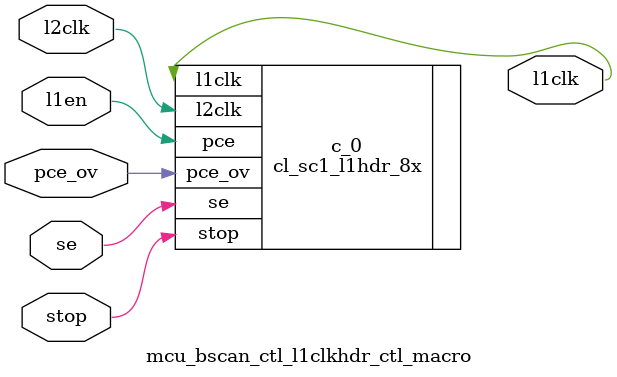
<source format=v>
module mcu_bscan_ctl (
  mcu_fsr0_cfgtx_bstx, 
  mcu_fsr1_cfgtx_bstx, 
  fsr0_mcu_stsrx_bsrxp, 
  fsr1_mcu_stsrx_bsrxp, 
  fsr0_mcu_stsrx_bsrxn, 
  fsr1_mcu_stsrx_bsrxn, 
  mcu_sbs_scan_in, 
  mcu_sbs_scan_out, 
  tcu_sbs_scan_en, 
  tcu_sbs_clk, 
  tcu_sbs_uclk, 
  tcu_sbs_aclk, 
  tcu_sbs_bclk);
wire se;
wire siclk;
wire soclk;
wire updateclk;
wire mode;
wire muxd;
wire highz_n;
wire l1clk;
wire bstx00_so;
wire bstx01_so;
wire bstx02_so;
wire bstx03_so;
wire bstx04_so;
wire bstx05_so;
wire bstx06_so;
wire bstx07_so;
wire bstx08_so;
wire bstx09_so;
wire bstx10_so;
wire bstx11_so;
wire bstx12_so;
wire bstx13_so;
wire bstx14_so;
wire bstx15_so;
wire bstx16_so;
wire bstx17_so;
wire bstx18_so;
wire bstx19_so;
wire bsrxp00_so;
wire [55:0] q_unused;
wire bsrxp01_so;
wire bsrxp02_so;
wire bsrxp03_so;
wire bsrxp04_so;
wire bsrxp05_so;
wire bsrxp06_so;
wire bsrxp07_so;
wire bsrxp08_so;
wire bsrxp09_so;
wire bsrxp10_so;
wire bsrxp11_so;
wire bsrxp12_so;
wire bsrxp13_so;
wire bsrxn00_so;
wire bsrxn01_so;
wire bsrxn02_so;
wire bsrxn03_so;
wire bsrxn04_so;
wire bsrxn05_so;
wire bsrxn06_so;
wire bsrxn07_so;
wire bsrxn08_so;
wire bsrxn09_so;
wire bsrxn10_so;
wire bsrxn11_so;
wire bsrxn12_so;
wire bsrxn13_so;
wire bsrxp14_so;
wire bsrxp15_so;
wire bsrxp16_so;
wire bsrxp17_so;
wire bsrxp18_so;
wire bsrxp19_so;
wire bsrxp20_so;
wire bsrxp21_so;
wire bsrxp22_so;
wire bsrxp23_so;
wire bsrxp24_so;
wire bsrxp25_so;
wire bsrxp26_so;
wire bsrxp27_so;
wire bsrxn14_so;
wire bsrxn15_so;
wire bsrxn16_so;
wire bsrxn17_so;
wire bsrxn18_so;
wire bsrxn19_so;
wire bsrxn20_so;
wire bsrxn21_so;
wire bsrxn22_so;
wire bsrxn23_so;
wire bsrxn24_so;
wire bsrxn25_so;
wire bsrxn26_so;


output	[9:0]	mcu_fsr0_cfgtx_bstx;
output	[9:0]	mcu_fsr1_cfgtx_bstx;

input	[13:0]	fsr0_mcu_stsrx_bsrxp;
input	[13:0]	fsr1_mcu_stsrx_bsrxp;
input	[13:0]	fsr0_mcu_stsrx_bsrxn;
input	[13:0]	fsr1_mcu_stsrx_bsrxn;

input		mcu_sbs_scan_in;
output		mcu_sbs_scan_out;
input		tcu_sbs_scan_en;
input		tcu_sbs_clk;
input		tcu_sbs_uclk;
input		tcu_sbs_aclk;
input		tcu_sbs_bclk;

assign se = tcu_sbs_scan_en;
assign siclk = tcu_sbs_aclk;
assign soclk = tcu_sbs_bclk;
assign updateclk = tcu_sbs_uclk;

assign mode = 1'b0;
assign muxd = 1'b0;
assign highz_n = 1'b1;

mcu_bscan_ctl_l1clkhdr_ctl_macro clkgen (
 	.l2clk(tcu_sbs_clk),
 	.l1en(1'b1),
	.pce_ov(1'b1),
	.stop(1'b0),
 	.l1clk(l1clk),
  .se(se));

// TX 0 
cl_sc1_bs_cell2_4x bstx00 (
	.q(mcu_fsr0_cfgtx_bstx[0]),
	.so(bstx00_so),
	.d(1'b0),
	.l1clk(1'b1),
	.si(mcu_sbs_scan_in),
  .siclk(siclk),
  .soclk(soclk),
  .updateclk(updateclk),
  .mode(mode),
  .muxd(muxd),
  .highz_n(highz_n));

cl_sc1_bs_cell2_4x bstx01 (
	.q(mcu_fsr0_cfgtx_bstx[1]),
	.so(bstx01_so),
	.d(1'b0),
	.l1clk(1'b1),
	.si(bstx00_so),
  .siclk(siclk),
  .soclk(soclk),
  .updateclk(updateclk),
  .mode(mode),
  .muxd(muxd),
  .highz_n(highz_n));

cl_sc1_bs_cell2_4x bstx02 (
	.q(mcu_fsr0_cfgtx_bstx[2]),
	.so(bstx02_so),
	.d(1'b0),
	.l1clk(1'b1),
	.si(bstx01_so),
  .siclk(siclk),
  .soclk(soclk),
  .updateclk(updateclk),
  .mode(mode),
  .muxd(muxd),
  .highz_n(highz_n));

cl_sc1_bs_cell2_4x bstx03 (
	.q(mcu_fsr0_cfgtx_bstx[3]),
	.so(bstx03_so),
	.d(1'b0),
	.l1clk(1'b1),
	.si(bstx02_so),
  .siclk(siclk),
  .soclk(soclk),
  .updateclk(updateclk),
  .mode(mode),
  .muxd(muxd),
  .highz_n(highz_n));

cl_sc1_bs_cell2_4x bstx04 (
	.q(mcu_fsr0_cfgtx_bstx[4]),
	.so(bstx04_so),
	.d(1'b0),
	.l1clk(1'b1),
	.si(bstx03_so),
  .siclk(siclk),
  .soclk(soclk),
  .updateclk(updateclk),
  .mode(mode),
  .muxd(muxd),
  .highz_n(highz_n));

cl_sc1_bs_cell2_4x bstx05 (
	.q(mcu_fsr0_cfgtx_bstx[5]),
	.so(bstx05_so),
	.d(1'b0),
	.l1clk(1'b1),
	.si(bstx04_so),
  .siclk(siclk),
  .soclk(soclk),
  .updateclk(updateclk),
  .mode(mode),
  .muxd(muxd),
  .highz_n(highz_n));

cl_sc1_bs_cell2_4x bstx06 (
	.q(mcu_fsr0_cfgtx_bstx[6]),
	.so(bstx06_so),
	.d(1'b0),
	.l1clk(1'b1),
	.si(bstx05_so),
  .siclk(siclk),
  .soclk(soclk),
  .updateclk(updateclk),
  .mode(mode),
  .muxd(muxd),
  .highz_n(highz_n));

cl_sc1_bs_cell2_4x bstx07 (
	.q(mcu_fsr0_cfgtx_bstx[7]),
	.so(bstx07_so),
	.d(1'b0),
	.l1clk(1'b1),
	.si(bstx06_so),
  .siclk(siclk),
  .soclk(soclk),
  .updateclk(updateclk),
  .mode(mode),
  .muxd(muxd),
  .highz_n(highz_n));

cl_sc1_bs_cell2_4x bstx08 (
	.q(mcu_fsr0_cfgtx_bstx[8]),
	.so(bstx08_so),
	.d(1'b0),
	.l1clk(1'b1),
	.si(bstx07_so),
  .siclk(siclk),
  .soclk(soclk),
  .updateclk(updateclk),
  .mode(mode),
  .muxd(muxd),
  .highz_n(highz_n));

cl_sc1_bs_cell2_4x bstx09 (
	.q(mcu_fsr0_cfgtx_bstx[9]),
	.so(bstx09_so),
	.d(1'b0),
	.l1clk(1'b1),
	.si(bstx08_so),
  .siclk(siclk),
  .soclk(soclk),
  .updateclk(updateclk),
  .mode(mode),
  .muxd(muxd),
  .highz_n(highz_n));

// TX 1
cl_sc1_bs_cell2_4x bstx10 (
	.q(mcu_fsr1_cfgtx_bstx[0]),
	.so(bstx10_so),
	.d(1'b0),
	.l1clk(1'b1),
	.si(bstx09_so),
  .siclk(siclk),
  .soclk(soclk),
  .updateclk(updateclk),
  .mode(mode),
  .muxd(muxd),
  .highz_n(highz_n));

cl_sc1_bs_cell2_4x bstx11 (
	.q(mcu_fsr1_cfgtx_bstx[1]),
	.so(bstx11_so),
	.d(1'b0),
	.l1clk(1'b1),
	.si(bstx10_so),
  .siclk(siclk),
  .soclk(soclk),
  .updateclk(updateclk),
  .mode(mode),
  .muxd(muxd),
  .highz_n(highz_n));

cl_sc1_bs_cell2_4x bstx12 (
	.q(mcu_fsr1_cfgtx_bstx[2]),
	.so(bstx12_so),
	.d(1'b0),
	.l1clk(1'b1),
	.si(bstx11_so),
  .siclk(siclk),
  .soclk(soclk),
  .updateclk(updateclk),
  .mode(mode),
  .muxd(muxd),
  .highz_n(highz_n));

cl_sc1_bs_cell2_4x bstx13 (
	.q(mcu_fsr1_cfgtx_bstx[3]),
	.so(bstx13_so),
	.d(1'b0),
	.l1clk(1'b1),
	.si(bstx12_so),
  .siclk(siclk),
  .soclk(soclk),
  .updateclk(updateclk),
  .mode(mode),
  .muxd(muxd),
  .highz_n(highz_n));

cl_sc1_bs_cell2_4x bstx14 (
	.q(mcu_fsr1_cfgtx_bstx[4]),
	.so(bstx14_so),
	.d(1'b0),
	.l1clk(1'b1),
	.si(bstx13_so),
  .siclk(siclk),
  .soclk(soclk),
  .updateclk(updateclk),
  .mode(mode),
  .muxd(muxd),
  .highz_n(highz_n));

cl_sc1_bs_cell2_4x bstx15 (
	.q(mcu_fsr1_cfgtx_bstx[5]),
	.so(bstx15_so),
	.d(1'b0),
	.l1clk(1'b1),
	.si(bstx14_so),
  .siclk(siclk),
  .soclk(soclk),
  .updateclk(updateclk),
  .mode(mode),
  .muxd(muxd),
  .highz_n(highz_n));

cl_sc1_bs_cell2_4x bstx16 (
	.q(mcu_fsr1_cfgtx_bstx[6]),
	.so(bstx16_so),
	.d(1'b0),
	.l1clk(1'b1),
	.si(bstx15_so),
  .siclk(siclk),
  .soclk(soclk),
  .updateclk(updateclk),
  .mode(mode),
  .muxd(muxd),
  .highz_n(highz_n));

cl_sc1_bs_cell2_4x bstx17 (
	.q(mcu_fsr1_cfgtx_bstx[7]),
	.so(bstx17_so),
	.d(1'b0),
	.l1clk(1'b1),
	.si(bstx16_so),
  .siclk(siclk),
  .soclk(soclk),
  .updateclk(updateclk),
  .mode(mode),
  .muxd(muxd),
  .highz_n(highz_n));

cl_sc1_bs_cell2_4x bstx18 (
	.q(mcu_fsr1_cfgtx_bstx[8]),
	.so(bstx18_so),
	.d(1'b0),
	.l1clk(1'b1),
	.si(bstx17_so),
  .siclk(siclk),
  .soclk(soclk),
  .updateclk(updateclk),
  .mode(mode),
  .muxd(muxd),
  .highz_n(highz_n));

cl_sc1_bs_cell2_4x bstx19 (
	.q(mcu_fsr1_cfgtx_bstx[9]),
	.so(bstx19_so),
	.d(1'b0),
	.l1clk(1'b1),
	.si(bstx18_so),
  .siclk(siclk),
  .soclk(soclk),
  .updateclk(updateclk),
  .mode(mode),
  .muxd(muxd),
  .highz_n(highz_n));

// RXP 0
cl_sc1_bs_cell2_4x bsrxp00 (
	.d(fsr0_mcu_stsrx_bsrxp[0]),
	.so(bsrxp00_so),
	.q(q_unused[0]),
	.l1clk(l1clk),
	.si(bstx19_so),
  .siclk(siclk),
  .soclk(soclk),
  .updateclk(updateclk),
  .mode(mode),
  .muxd(muxd),
  .highz_n(highz_n));

cl_sc1_bs_cell2_4x bsrxp01 (
	.d(fsr0_mcu_stsrx_bsrxp[1]),
	.so(bsrxp01_so),
	.q(q_unused[1]),
	.l1clk(l1clk),
	.si(bsrxp00_so),
  .siclk(siclk),
  .soclk(soclk),
  .updateclk(updateclk),
  .mode(mode),
  .muxd(muxd),
  .highz_n(highz_n));

cl_sc1_bs_cell2_4x bsrxp02 (
	.d(fsr0_mcu_stsrx_bsrxp[2]),
	.so(bsrxp02_so),
	.q(q_unused[2]),
	.l1clk(l1clk),
	.si(bsrxp01_so),
  .siclk(siclk),
  .soclk(soclk),
  .updateclk(updateclk),
  .mode(mode),
  .muxd(muxd),
  .highz_n(highz_n));

cl_sc1_bs_cell2_4x bsrxp03 (
	.d(fsr0_mcu_stsrx_bsrxp[3]),
	.so(bsrxp03_so),
	.q(q_unused[3]),
	.l1clk(l1clk),
	.si(bsrxp02_so),
  .siclk(siclk),
  .soclk(soclk),
  .updateclk(updateclk),
  .mode(mode),
  .muxd(muxd),
  .highz_n(highz_n));

cl_sc1_bs_cell2_4x bsrxp04 (
	.d(fsr0_mcu_stsrx_bsrxp[4]),
	.so(bsrxp04_so),
	.q(q_unused[4]),
	.l1clk(l1clk),
	.si(bsrxp03_so),
  .siclk(siclk),
  .soclk(soclk),
  .updateclk(updateclk),
  .mode(mode),
  .muxd(muxd),
  .highz_n(highz_n));

cl_sc1_bs_cell2_4x bsrxp05 (
	.d(fsr0_mcu_stsrx_bsrxp[5]),
	.so(bsrxp05_so),
	.q(q_unused[5]),
	.l1clk(l1clk),
	.si(bsrxp04_so),
  .siclk(siclk),
  .soclk(soclk),
  .updateclk(updateclk),
  .mode(mode),
  .muxd(muxd),
  .highz_n(highz_n));

cl_sc1_bs_cell2_4x bsrxp06 (
	.d(fsr0_mcu_stsrx_bsrxp[6]),
	.so(bsrxp06_so),
	.q(q_unused[6]),
	.l1clk(l1clk),
	.si(bsrxp05_so),
  .siclk(siclk),
  .soclk(soclk),
  .updateclk(updateclk),
  .mode(mode),
  .muxd(muxd),
  .highz_n(highz_n));

cl_sc1_bs_cell2_4x bsrxp07 (
	.d(fsr0_mcu_stsrx_bsrxp[7]),
	.so(bsrxp07_so),
	.q(q_unused[7]),
	.l1clk(l1clk),
	.si(bsrxp06_so),
  .siclk(siclk),
  .soclk(soclk),
  .updateclk(updateclk),
  .mode(mode),
  .muxd(muxd),
  .highz_n(highz_n));

cl_sc1_bs_cell2_4x bsrxp08 (
	.d(fsr0_mcu_stsrx_bsrxp[8]),
	.so(bsrxp08_so),
	.q(q_unused[8]),
	.l1clk(l1clk),
	.si(bsrxp07_so),
  .siclk(siclk),
  .soclk(soclk),
  .updateclk(updateclk),
  .mode(mode),
  .muxd(muxd),
  .highz_n(highz_n));

cl_sc1_bs_cell2_4x bsrxp09 (
	.d(fsr0_mcu_stsrx_bsrxp[9]),
	.so(bsrxp09_so),
	.q(q_unused[9]),
	.l1clk(l1clk),
	.si(bsrxp08_so),
  .siclk(siclk),
  .soclk(soclk),
  .updateclk(updateclk),
  .mode(mode),
  .muxd(muxd),
  .highz_n(highz_n));

cl_sc1_bs_cell2_4x bsrxp10 (
	.d(fsr0_mcu_stsrx_bsrxp[10]),
	.so(bsrxp10_so),
	.q(q_unused[10]),
	.l1clk(l1clk),
	.si(bsrxp09_so),
  .siclk(siclk),
  .soclk(soclk),
  .updateclk(updateclk),
  .mode(mode),
  .muxd(muxd),
  .highz_n(highz_n));

cl_sc1_bs_cell2_4x bsrxp11 (
	.d(fsr0_mcu_stsrx_bsrxp[11]),
	.so(bsrxp11_so),
	.q(q_unused[11]),
	.l1clk(l1clk),
	.si(bsrxp10_so),
  .siclk(siclk),
  .soclk(soclk),
  .updateclk(updateclk),
  .mode(mode),
  .muxd(muxd),
  .highz_n(highz_n));

cl_sc1_bs_cell2_4x bsrxp12 (
	.d(fsr0_mcu_stsrx_bsrxp[12]),
	.so(bsrxp12_so),
	.q(q_unused[12]),
	.l1clk(l1clk),
	.si(bsrxp11_so),
  .siclk(siclk),
  .soclk(soclk),
  .updateclk(updateclk),
  .mode(mode),
  .muxd(muxd),
  .highz_n(highz_n));

cl_sc1_bs_cell2_4x bsrxp13 (
	.d(fsr0_mcu_stsrx_bsrxp[13]),
	.so(bsrxp13_so),
	.q(q_unused[13]),
	.l1clk(l1clk),
	.si(bsrxp12_so),
  .siclk(siclk),
  .soclk(soclk),
  .updateclk(updateclk),
  .mode(mode),
  .muxd(muxd),
  .highz_n(highz_n));

// RXN 0
cl_sc1_bs_cell2_4x bsrxn00 (
	.d(fsr0_mcu_stsrx_bsrxn[0]),
	.so(bsrxn00_so),
	.q(q_unused[14]),
	.l1clk(l1clk),
	.si(bsrxp13_so),
  .siclk(siclk),
  .soclk(soclk),
  .updateclk(updateclk),
  .mode(mode),
  .muxd(muxd),
  .highz_n(highz_n));

cl_sc1_bs_cell2_4x bsrxn01 (
	.d(fsr0_mcu_stsrx_bsrxn[1]),
	.so(bsrxn01_so),
	.q(q_unused[15]),
	.l1clk(l1clk),
	.si(bsrxn00_so),
  .siclk(siclk),
  .soclk(soclk),
  .updateclk(updateclk),
  .mode(mode),
  .muxd(muxd),
  .highz_n(highz_n));

cl_sc1_bs_cell2_4x bsrxn02 (
	.d(fsr0_mcu_stsrx_bsrxn[2]),
	.so(bsrxn02_so),
	.q(q_unused[16]),
	.l1clk(l1clk),
	.si(bsrxn01_so),
  .siclk(siclk),
  .soclk(soclk),
  .updateclk(updateclk),
  .mode(mode),
  .muxd(muxd),
  .highz_n(highz_n));

cl_sc1_bs_cell2_4x bsrxn03 (
	.d(fsr0_mcu_stsrx_bsrxn[3]),
	.so(bsrxn03_so),
	.q(q_unused[17]),
	.l1clk(l1clk),
	.si(bsrxn02_so),
  .siclk(siclk),
  .soclk(soclk),
  .updateclk(updateclk),
  .mode(mode),
  .muxd(muxd),
  .highz_n(highz_n));

cl_sc1_bs_cell2_4x bsrxn04 (
	.d(fsr0_mcu_stsrx_bsrxn[4]),
	.so(bsrxn04_so),
	.q(q_unused[18]),
	.l1clk(l1clk),
	.si(bsrxn03_so),
  .siclk(siclk),
  .soclk(soclk),
  .updateclk(updateclk),
  .mode(mode),
  .muxd(muxd),
  .highz_n(highz_n));

cl_sc1_bs_cell2_4x bsrxn05 (
	.d(fsr0_mcu_stsrx_bsrxn[5]),
	.so(bsrxn05_so),
	.q(q_unused[19]),
	.l1clk(l1clk),
	.si(bsrxn04_so),
  .siclk(siclk),
  .soclk(soclk),
  .updateclk(updateclk),
  .mode(mode),
  .muxd(muxd),
  .highz_n(highz_n));

cl_sc1_bs_cell2_4x bsrxn06 (
	.d(fsr0_mcu_stsrx_bsrxn[6]),
	.so(bsrxn06_so),
	.q(q_unused[20]),
	.l1clk(l1clk),
	.si(bsrxn05_so),
  .siclk(siclk),
  .soclk(soclk),
  .updateclk(updateclk),
  .mode(mode),
  .muxd(muxd),
  .highz_n(highz_n));

cl_sc1_bs_cell2_4x bsrxn07 (
	.d(fsr0_mcu_stsrx_bsrxn[7]),
	.so(bsrxn07_so),
	.q(q_unused[21]),
	.l1clk(l1clk),
	.si(bsrxn06_so),
  .siclk(siclk),
  .soclk(soclk),
  .updateclk(updateclk),
  .mode(mode),
  .muxd(muxd),
  .highz_n(highz_n));

cl_sc1_bs_cell2_4x bsrxn08 (
	.d(fsr0_mcu_stsrx_bsrxn[8]),
	.so(bsrxn08_so),
	.q(q_unused[22]),
	.l1clk(l1clk),
	.si(bsrxn07_so),
  .siclk(siclk),
  .soclk(soclk),
  .updateclk(updateclk),
  .mode(mode),
  .muxd(muxd),
  .highz_n(highz_n));

cl_sc1_bs_cell2_4x bsrxn09 (
	.d(fsr0_mcu_stsrx_bsrxn[9]),
	.so(bsrxn09_so),
	.q(q_unused[23]),
	.l1clk(l1clk),
	.si(bsrxn08_so),
  .siclk(siclk),
  .soclk(soclk),
  .updateclk(updateclk),
  .mode(mode),
  .muxd(muxd),
  .highz_n(highz_n));

cl_sc1_bs_cell2_4x bsrxn10 (
	.d(fsr0_mcu_stsrx_bsrxn[10]),
	.so(bsrxn10_so),
	.q(q_unused[24]),
	.l1clk(l1clk),
	.si(bsrxn09_so),
  .siclk(siclk),
  .soclk(soclk),
  .updateclk(updateclk),
  .mode(mode),
  .muxd(muxd),
  .highz_n(highz_n));

cl_sc1_bs_cell2_4x bsrxn11 (
	.d(fsr0_mcu_stsrx_bsrxn[11]),
	.so(bsrxn11_so),
	.q(q_unused[25]),
	.l1clk(l1clk),
	.si(bsrxn10_so),
  .siclk(siclk),
  .soclk(soclk),
  .updateclk(updateclk),
  .mode(mode),
  .muxd(muxd),
  .highz_n(highz_n));

cl_sc1_bs_cell2_4x bsrxn12 (
	.d(fsr0_mcu_stsrx_bsrxn[12]),
	.so(bsrxn12_so),
	.q(q_unused[26]),
	.l1clk(l1clk),
	.si(bsrxn11_so),
  .siclk(siclk),
  .soclk(soclk),
  .updateclk(updateclk),
  .mode(mode),
  .muxd(muxd),
  .highz_n(highz_n));

cl_sc1_bs_cell2_4x bsrxn13 (
	.d(fsr0_mcu_stsrx_bsrxn[13]),
	.so(bsrxn13_so),
	.q(q_unused[27]),
	.l1clk(l1clk),
	.si(bsrxn12_so),
  .siclk(siclk),
  .soclk(soclk),
  .updateclk(updateclk),
  .mode(mode),
  .muxd(muxd),
  .highz_n(highz_n));

// RXP 1
cl_sc1_bs_cell2_4x bsrxp14 (
	.d(fsr1_mcu_stsrx_bsrxp[0]),
	.so(bsrxp14_so),
	.q(q_unused[28]),
	.l1clk(l1clk),
	.si(bsrxn13_so),
  .siclk(siclk),
  .soclk(soclk),
  .updateclk(updateclk),
  .mode(mode),
  .muxd(muxd),
  .highz_n(highz_n));

cl_sc1_bs_cell2_4x bsrxp15 (
	.d(fsr1_mcu_stsrx_bsrxp[1]),
	.so(bsrxp15_so),
	.q(q_unused[29]),
	.l1clk(l1clk),
	.si(bsrxp14_so),
  .siclk(siclk),
  .soclk(soclk),
  .updateclk(updateclk),
  .mode(mode),
  .muxd(muxd),
  .highz_n(highz_n));

cl_sc1_bs_cell2_4x bsrxp16 (
	.d(fsr1_mcu_stsrx_bsrxp[2]),
	.so(bsrxp16_so),
	.q(q_unused[30]),
	.l1clk(l1clk),
	.si(bsrxp15_so),
  .siclk(siclk),
  .soclk(soclk),
  .updateclk(updateclk),
  .mode(mode),
  .muxd(muxd),
  .highz_n(highz_n));

cl_sc1_bs_cell2_4x bsrxp17 (
	.d(fsr1_mcu_stsrx_bsrxp[3]),
	.so(bsrxp17_so),
	.q(q_unused[31]),
	.l1clk(l1clk),
	.si(bsrxp16_so),
  .siclk(siclk),
  .soclk(soclk),
  .updateclk(updateclk),
  .mode(mode),
  .muxd(muxd),
  .highz_n(highz_n));

cl_sc1_bs_cell2_4x bsrxp18 (
	.d(fsr1_mcu_stsrx_bsrxp[4]),
	.so(bsrxp18_so),
	.q(q_unused[32]),
	.l1clk(l1clk),
	.si(bsrxp17_so),
  .siclk(siclk),
  .soclk(soclk),
  .updateclk(updateclk),
  .mode(mode),
  .muxd(muxd),
  .highz_n(highz_n));

cl_sc1_bs_cell2_4x bsrxp19 (
	.d(fsr1_mcu_stsrx_bsrxp[5]),
	.so(bsrxp19_so),
	.q(q_unused[33]),
	.l1clk(l1clk),
	.si(bsrxp18_so),
  .siclk(siclk),
  .soclk(soclk),
  .updateclk(updateclk),
  .mode(mode),
  .muxd(muxd),
  .highz_n(highz_n));

cl_sc1_bs_cell2_4x bsrxp20 (
	.d(fsr1_mcu_stsrx_bsrxp[6]),
	.so(bsrxp20_so),
	.q(q_unused[34]),
	.l1clk(l1clk),
	.si(bsrxp19_so),
  .siclk(siclk),
  .soclk(soclk),
  .updateclk(updateclk),
  .mode(mode),
  .muxd(muxd),
  .highz_n(highz_n));

cl_sc1_bs_cell2_4x bsrxp21 (
	.d(fsr1_mcu_stsrx_bsrxp[7]),
	.so(bsrxp21_so),
	.q(q_unused[35]),
	.l1clk(l1clk),
	.si(bsrxp20_so),
  .siclk(siclk),
  .soclk(soclk),
  .updateclk(updateclk),
  .mode(mode),
  .muxd(muxd),
  .highz_n(highz_n));

cl_sc1_bs_cell2_4x bsrxp22 (
	.d(fsr1_mcu_stsrx_bsrxp[8]),
	.so(bsrxp22_so),
	.q(q_unused[36]),
	.l1clk(l1clk),
	.si(bsrxp21_so),
  .siclk(siclk),
  .soclk(soclk),
  .updateclk(updateclk),
  .mode(mode),
  .muxd(muxd),
  .highz_n(highz_n));

cl_sc1_bs_cell2_4x bsrxp23 (
	.d(fsr1_mcu_stsrx_bsrxp[9]),
	.so(bsrxp23_so),
	.q(q_unused[37]),
	.l1clk(l1clk),
	.si(bsrxp22_so),
  .siclk(siclk),
  .soclk(soclk),
  .updateclk(updateclk),
  .mode(mode),
  .muxd(muxd),
  .highz_n(highz_n));

cl_sc1_bs_cell2_4x bsrxp24 (
	.d(fsr1_mcu_stsrx_bsrxp[10]),
	.so(bsrxp24_so),
	.q(q_unused[38]),
	.l1clk(l1clk),
	.si(bsrxp23_so),
  .siclk(siclk),
  .soclk(soclk),
  .updateclk(updateclk),
  .mode(mode),
  .muxd(muxd),
  .highz_n(highz_n));

cl_sc1_bs_cell2_4x bsrxp25 (
	.d(fsr1_mcu_stsrx_bsrxp[11]),
	.so(bsrxp25_so),
	.q(q_unused[39]),
	.l1clk(l1clk),
	.si(bsrxp24_so),
  .siclk(siclk),
  .soclk(soclk),
  .updateclk(updateclk),
  .mode(mode),
  .muxd(muxd),
  .highz_n(highz_n));

cl_sc1_bs_cell2_4x bsrxp26 (
	.d(fsr1_mcu_stsrx_bsrxp[12]),
	.so(bsrxp26_so),
	.q(q_unused[40]),
	.l1clk(l1clk),
	.si(bsrxp25_so),
  .siclk(siclk),
  .soclk(soclk),
  .updateclk(updateclk),
  .mode(mode),
  .muxd(muxd),
  .highz_n(highz_n));

cl_sc1_bs_cell2_4x bsrxp27 (
	.d(fsr1_mcu_stsrx_bsrxp[13]),
	.so(bsrxp27_so),
	.q(q_unused[41]),
	.l1clk(l1clk),
	.si(bsrxp26_so),
  .siclk(siclk),
  .soclk(soclk),
  .updateclk(updateclk),
  .mode(mode),
  .muxd(muxd),
  .highz_n(highz_n));

// RXN 1
cl_sc1_bs_cell2_4x bsrxn14 (
	.d(fsr1_mcu_stsrx_bsrxn[0]),
	.so(bsrxn14_so),
	.q(q_unused[42]),
	.l1clk(l1clk),
	.si(bsrxp27_so),
  .siclk(siclk),
  .soclk(soclk),
  .updateclk(updateclk),
  .mode(mode),
  .muxd(muxd),
  .highz_n(highz_n));

cl_sc1_bs_cell2_4x bsrxn15 (
	.d(fsr1_mcu_stsrx_bsrxn[1]),
	.so(bsrxn15_so),
	.q(q_unused[43]),
	.l1clk(l1clk),
	.si(bsrxn14_so),
  .siclk(siclk),
  .soclk(soclk),
  .updateclk(updateclk),
  .mode(mode),
  .muxd(muxd),
  .highz_n(highz_n));

cl_sc1_bs_cell2_4x bsrxn16 (
	.d(fsr1_mcu_stsrx_bsrxn[2]),
	.so(bsrxn16_so),
	.q(q_unused[44]),
	.l1clk(l1clk),
	.si(bsrxn15_so),
  .siclk(siclk),
  .soclk(soclk),
  .updateclk(updateclk),
  .mode(mode),
  .muxd(muxd),
  .highz_n(highz_n));

cl_sc1_bs_cell2_4x bsrxn17 (
	.d(fsr1_mcu_stsrx_bsrxn[3]),
	.so(bsrxn17_so),
	.q(q_unused[45]),
	.l1clk(l1clk),
	.si(bsrxn16_so),
  .siclk(siclk),
  .soclk(soclk),
  .updateclk(updateclk),
  .mode(mode),
  .muxd(muxd),
  .highz_n(highz_n));

cl_sc1_bs_cell2_4x bsrxn18 (
	.d(fsr1_mcu_stsrx_bsrxn[4]),
	.so(bsrxn18_so),
	.q(q_unused[46]),
	.l1clk(l1clk),
	.si(bsrxn17_so),
  .siclk(siclk),
  .soclk(soclk),
  .updateclk(updateclk),
  .mode(mode),
  .muxd(muxd),
  .highz_n(highz_n));

cl_sc1_bs_cell2_4x bsrxn19 (
	.d(fsr1_mcu_stsrx_bsrxn[5]),
	.so(bsrxn19_so),
	.q(q_unused[47]),
	.l1clk(l1clk),
	.si(bsrxn18_so),
  .siclk(siclk),
  .soclk(soclk),
  .updateclk(updateclk),
  .mode(mode),
  .muxd(muxd),
  .highz_n(highz_n));

cl_sc1_bs_cell2_4x bsrxn20 (
	.d(fsr1_mcu_stsrx_bsrxn[6]),
	.so(bsrxn20_so),
	.q(q_unused[48]),
	.l1clk(l1clk),
	.si(bsrxn19_so),
  .siclk(siclk),
  .soclk(soclk),
  .updateclk(updateclk),
  .mode(mode),
  .muxd(muxd),
  .highz_n(highz_n));

cl_sc1_bs_cell2_4x bsrxn21 (
	.d(fsr1_mcu_stsrx_bsrxn[7]),
	.so(bsrxn21_so),
	.q(q_unused[49]),
	.l1clk(l1clk),
	.si(bsrxn20_so),
  .siclk(siclk),
  .soclk(soclk),
  .updateclk(updateclk),
  .mode(mode),
  .muxd(muxd),
  .highz_n(highz_n));

cl_sc1_bs_cell2_4x bsrxn22 (
	.d(fsr1_mcu_stsrx_bsrxn[8]),
	.so(bsrxn22_so),
	.q(q_unused[50]),
	.l1clk(l1clk),
	.si(bsrxn21_so),
  .siclk(siclk),
  .soclk(soclk),
  .updateclk(updateclk),
  .mode(mode),
  .muxd(muxd),
  .highz_n(highz_n));

cl_sc1_bs_cell2_4x bsrxn23 (
	.d(fsr1_mcu_stsrx_bsrxn[9]),
	.so(bsrxn23_so),
	.q(q_unused[51]),
	.l1clk(l1clk),
	.si(bsrxn22_so),
  .siclk(siclk),
  .soclk(soclk),
  .updateclk(updateclk),
  .mode(mode),
  .muxd(muxd),
  .highz_n(highz_n));

cl_sc1_bs_cell2_4x bsrxn24 (
	.d(fsr1_mcu_stsrx_bsrxn[10]),
	.so(bsrxn24_so),
	.q(q_unused[52]),
	.l1clk(l1clk),
	.si(bsrxn23_so),
  .siclk(siclk),
  .soclk(soclk),
  .updateclk(updateclk),
  .mode(mode),
  .muxd(muxd),
  .highz_n(highz_n));

cl_sc1_bs_cell2_4x bsrxn25 (
	.d(fsr1_mcu_stsrx_bsrxn[11]),
	.so(bsrxn25_so),
	.q(q_unused[53]),
	.l1clk(l1clk),
	.si(bsrxn24_so),
  .siclk(siclk),
  .soclk(soclk),
  .updateclk(updateclk),
  .mode(mode),
  .muxd(muxd),
  .highz_n(highz_n));

cl_sc1_bs_cell2_4x bsrxn26 (
	.d(fsr1_mcu_stsrx_bsrxn[12]),
	.so(bsrxn26_so),
	.q(q_unused[54]),
	.l1clk(l1clk),
	.si(bsrxn25_so),
  .siclk(siclk),
  .soclk(soclk),
  .updateclk(updateclk),
  .mode(mode),
  .muxd(muxd),
  .highz_n(highz_n));

cl_sc1_bs_cell2_4x bsrxn27 (
	.d(fsr1_mcu_stsrx_bsrxn[13]),
	.so(mcu_sbs_scan_out),
	.q(q_unused[55]),
	.l1clk(l1clk),
	.si(bsrxn26_so),
  .siclk(siclk),
  .soclk(soclk),
  .updateclk(updateclk),
  .mode(mode),
  .muxd(muxd),
  .highz_n(highz_n));

endmodule






// any PARAMS parms go into naming of macro

module mcu_bscan_ctl_l1clkhdr_ctl_macro (
  l2clk, 
  l1en, 
  pce_ov, 
  stop, 
  se, 
  l1clk);


  input l2clk;
  input l1en;
  input pce_ov;
  input stop;
  input se;
  output l1clk;



 

cl_sc1_l1hdr_8x c_0 (


   .l2clk(l2clk),
   .pce(l1en),
   .l1clk(l1clk),
  .se(se),
  .pce_ov(pce_ov),
  .stop(stop)
);



endmodule









</source>
